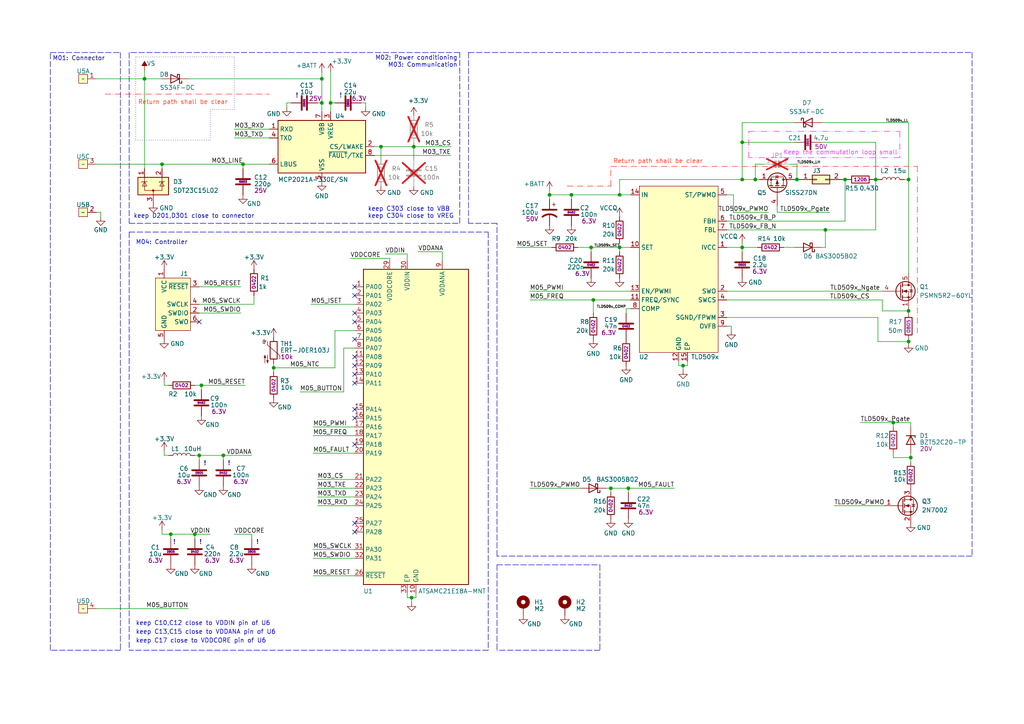
<source format=kicad_sch>
(kicad_sch (version 20230121) (generator eeschema)
  (paper "A4")
  (junction (at 198.12 106.045))
  (junction (at 215.265 52.07))
  (junction (at 70.485 47.625))
  (junction (at 159.385 56.515))
  (junction (at 259.08 122.555))
  (junction (at 171.45 71.755))
  (junction (at 120.015 42.545))
  (junction (at 179.705 56.515))
  (junction (at 46.99 47.625))
  (junction (at 219.075 52.07))
  (junction (at 239.395 66.675))
  (junction (at 254 52.07))
  (junction (at 165.735 56.515))
  (junction (at 110.49 42.545))
  (junction (at 245.11 52.07))
  (junction (at 58.42 111.76))
  (junction (at 93.345 29.845))
  (junction (at 264.16 132.715))
  (junction (at 182.245 141.605))
  (junction (at 79.375 106.68))
  (junction (at 215.265 71.755))
  (junction (at 41.91 22.86))
  (junction (at 172.085 86.995))
  (junction (at 231.14 52.07))
  (junction (at 57.785 132.08))
  (junction (at 263.525 99.06))
  (junction (at 64.77 132.08))
  (junction (at 119.38 173.355))
  (junction (at 56.515 154.94))
  (junction (at 177.165 141.605))
  (junction (at 93.345 22.86))
  (junction (at 263.525 90.17))
  (junction (at 179.705 71.755))
  (junction (at 49.53 154.94))
  (junction (at 215.265 41.275))
  (junction (at 95.885 29.845))
  (junction (at 263.525 52.07))
  (no_connect (at 102.87 106.045))
  (no_connect (at 102.87 90.805))
  (no_connect (at 102.87 98.425))
  (no_connect (at 102.87 103.505))
  (no_connect (at 102.87 151.765))
  (no_connect (at 102.87 93.345))
  (no_connect (at 57.785 93.345))
  (no_connect (at 102.87 108.585))
  (no_connect (at 102.87 154.305))
  (no_connect (at 102.87 118.745))
  (no_connect (at 102.87 121.285))
  (no_connect (at 102.87 111.125))
  (no_connect (at 102.87 85.725))
  (no_connect (at 102.87 83.185))
  (no_connect (at 102.87 128.905))
  (wire (pts (xy 182.245 141.605) (xy 195.58 141.605)))
  (wire (pts (xy 198.12 106.045) (xy 196.85 106.045)))
  (polyline (pts (xy 34.925 15.24) (xy 34.925 188.595)) (stroke (width 0) (type dash)))
  (wire (pts (xy 182.245 142.875) (xy 182.245 141.605)))
  (wire (pts (xy 245.11 64.135) (xy 245.11 52.07)))
  (wire (pts (xy 106.045 29.845) (xy 106.045 31.115)))
  (wire (pts (xy 110.49 42.545) (xy 110.49 46.355)))
  (wire (pts (xy 179.705 70.485) (xy 179.705 71.755)))
  (wire (pts (xy 46.99 153.67) (xy 46.99 154.94)))
  (wire (pts (xy 67.945 154.94) (xy 73.025 154.94)))
  (wire (pts (xy 92.075 29.845) (xy 93.345 29.845)))
  (wire (pts (xy 181.61 89.535) (xy 182.88 89.535)))
  (wire (pts (xy 264.16 123.825) (xy 264.16 122.555)))
  (polyline (pts (xy 144.145 64.77) (xy 135.89 64.77)) (stroke (width 0) (type dash)))
  (wire (pts (xy 97.155 106.68) (xy 79.375 106.68)))
  (wire (pts (xy 199.39 104.775) (xy 199.39 106.045)))
  (wire (pts (xy 172.085 86.995) (xy 172.085 90.805)))
  (wire (pts (xy 263.525 52.07) (xy 262.255 52.07)))
  (polyline (pts (xy 37.465 67.31) (xy 141.605 67.31)) (stroke (width 0) (type dash)))
  (wire (pts (xy 57.785 132.08) (xy 64.77 132.08)))
  (polyline (pts (xy 144.145 163.83) (xy 144.145 188.595)) (stroke (width 0) (type dash)))
  (wire (pts (xy 264.16 122.555) (xy 259.08 122.555)))
  (wire (pts (xy 259.08 132.715) (xy 259.08 131.445)))
  (wire (pts (xy 92.075 141.605) (xy 102.87 141.605)))
  (wire (pts (xy 57.785 90.805) (xy 69.85 90.805)))
  (wire (pts (xy 27.94 22.86) (xy 41.91 22.86)))
  (wire (pts (xy 56.515 111.76) (xy 58.42 111.76)))
  (wire (pts (xy 90.805 167.005) (xy 102.87 167.005)))
  (polyline (pts (xy 30.48 27.305) (xy 78.105 27.305)) (stroke (width 0) (type dash_dot) (color 255 50 29 1)))
  (wire (pts (xy 47.625 111.76) (xy 48.895 111.76)))
  (wire (pts (xy 254 52.07) (xy 254.635 52.07)))
  (wire (pts (xy 210.82 64.135) (xy 245.11 64.135)))
  (wire (pts (xy 210.82 92.075) (xy 254.635 92.075)))
  (wire (pts (xy 67.945 40.005) (xy 78.105 40.005)))
  (wire (pts (xy 263.525 90.805) (xy 263.525 90.17)))
  (wire (pts (xy 149.86 71.755) (xy 160.02 71.755)))
  (wire (pts (xy 58.42 111.76) (xy 71.12 111.76)))
  (polyline (pts (xy 37.465 64.77) (xy 133.35 64.77)) (stroke (width 0) (type dash)))
  (wire (pts (xy 90.805 131.445) (xy 102.87 131.445)))
  (wire (pts (xy 238.125 35.56) (xy 263.525 35.56)))
  (wire (pts (xy 215.265 35.56) (xy 215.265 41.275)))
  (wire (pts (xy 49.53 154.94) (xy 49.53 156.21)))
  (wire (pts (xy 264.16 133.985) (xy 264.16 132.715)))
  (wire (pts (xy 108.585 45.085) (xy 130.81 45.085)))
  (wire (pts (xy 179.705 56.515) (xy 182.88 56.515)))
  (wire (pts (xy 95.885 32.385) (xy 95.885 29.845)))
  (wire (pts (xy 215.265 71.755) (xy 219.71 71.755)))
  (wire (pts (xy 212.725 61.595) (xy 222.885 61.595)))
  (wire (pts (xy 196.85 106.045) (xy 196.85 104.775)))
  (wire (pts (xy 57.785 83.185) (xy 69.85 83.185)))
  (wire (pts (xy 215.265 41.275) (xy 215.265 52.07)))
  (wire (pts (xy 110.49 42.545) (xy 120.015 42.545)))
  (wire (pts (xy 221.615 47.625) (xy 219.075 47.625)))
  (wire (pts (xy 210.82 56.515) (xy 212.725 56.515)))
  (wire (pts (xy 95.885 20.955) (xy 95.885 29.845)))
  (wire (pts (xy 29.21 61.595) (xy 27.94 61.595)))
  (wire (pts (xy 219.075 47.625) (xy 219.075 52.07)))
  (wire (pts (xy 239.395 71.755) (xy 239.395 66.675)))
  (wire (pts (xy 64.77 132.08) (xy 73.025 132.08)))
  (wire (pts (xy 244.475 52.07) (xy 245.11 52.07)))
  (polyline (pts (xy 67.945 16.51) (xy 39.37 16.51)) (stroke (width 0) (type dot)))
  (polyline (pts (xy 133.35 15.24) (xy 37.465 15.24)) (stroke (width 0) (type dash)))
  (wire (pts (xy 128.27 73.025) (xy 121.285 73.025)))
  (wire (pts (xy 119.38 174.625) (xy 119.38 173.355)))
  (polyline (pts (xy 173.99 163.83) (xy 173.99 188.595)) (stroke (width 0) (type dash)))
  (wire (pts (xy 46.99 47.625) (xy 70.485 47.625)))
  (polyline (pts (xy 39.37 16.51) (xy 39.37 40.64)) (stroke (width 0) (type dot)))
  (wire (pts (xy 179.705 71.755) (xy 179.705 73.025)))
  (wire (pts (xy 212.09 94.615) (xy 212.09 95.885)))
  (wire (pts (xy 120.65 173.355) (xy 119.38 173.355)))
  (polyline (pts (xy 281.94 15.24) (xy 281.94 161.29)) (stroke (width 0) (type dash)))
  (wire (pts (xy 57.785 88.265) (xy 73.66 88.265)))
  (wire (pts (xy 118.11 173.355) (xy 118.11 172.085)))
  (wire (pts (xy 182.88 86.995) (xy 172.085 86.995)))
  (polyline (pts (xy 260.985 38.1) (xy 260.985 45.72)) (stroke (width 0) (type dash_dot_dot) (color 255 32 225 1)))
  (wire (pts (xy 64.77 133.35) (xy 64.77 132.08)))
  (wire (pts (xy 179.705 52.07) (xy 179.705 56.515)))
  (wire (pts (xy 210.82 66.675) (xy 239.395 66.675)))
  (polyline (pts (xy 67.945 31.75) (xy 67.945 16.51)) (stroke (width 0) (type dot)))
  (polyline (pts (xy 39.37 40.64) (xy 60.96 40.64)) (stroke (width 0) (type dot)))
  (wire (pts (xy 57.785 132.08) (xy 57.785 133.35)))
  (polyline (pts (xy 133.35 64.77) (xy 133.35 15.24)) (stroke (width 0) (type dash)))
  (wire (pts (xy 264.16 131.445) (xy 264.16 132.715)))
  (wire (pts (xy 210.82 86.995) (xy 255.905 86.995)))
  (polyline (pts (xy 217.17 38.1) (xy 260.985 38.1)) (stroke (width 0) (type dash_dot_dot) (color 255 32 225 1)))
  (wire (pts (xy 254 41.275) (xy 254 52.07)))
  (wire (pts (xy 27.94 176.53) (xy 54.61 176.53)))
  (polyline (pts (xy 141.605 188.595) (xy 37.465 188.595)) (stroke (width 0) (type dash)))
  (polyline (pts (xy 144.145 163.83) (xy 173.99 163.83)) (stroke (width 0) (type dash)))
  (polyline (pts (xy 60.96 40.64) (xy 60.96 31.75)) (stroke (width 0) (type dot)))
  (wire (pts (xy 159.385 56.515) (xy 159.385 57.785)))
  (wire (pts (xy 120.015 42.545) (xy 120.015 46.355)))
  (wire (pts (xy 56.515 154.94) (xy 56.515 156.21)))
  (wire (pts (xy 171.45 71.755) (xy 179.705 71.755)))
  (wire (pts (xy 263.525 90.17) (xy 263.525 89.535)))
  (wire (pts (xy 227.33 71.755) (xy 230.505 71.755)))
  (wire (pts (xy 104.775 29.845) (xy 106.045 29.845)))
  (wire (pts (xy 47.625 130.81) (xy 47.625 132.08)))
  (wire (pts (xy 182.245 141.605) (xy 177.165 141.605)))
  (wire (pts (xy 255.905 86.995) (xy 255.905 90.17)))
  (polyline (pts (xy 135.89 15.24) (xy 281.94 15.24)) (stroke (width 0) (type dash)))
  (wire (pts (xy 54.61 22.86) (xy 93.345 22.86)))
  (wire (pts (xy 56.515 154.94) (xy 60.96 154.94)))
  (wire (pts (xy 153.67 86.995) (xy 172.085 86.995)))
  (wire (pts (xy 95.885 29.845) (xy 97.155 29.845)))
  (wire (pts (xy 102.87 95.885) (xy 97.155 95.885)))
  (wire (pts (xy 259.08 122.555) (xy 249.555 122.555)))
  (wire (pts (xy 153.67 84.455) (xy 182.88 84.455)))
  (wire (pts (xy 46.99 47.625) (xy 46.99 48.895)))
  (wire (pts (xy 245.11 52.07) (xy 245.745 52.07)))
  (wire (pts (xy 225.425 61.595) (xy 240.665 61.595)))
  (polyline (pts (xy 14.605 15.24) (xy 34.925 15.24)) (stroke (width 0) (type dash)))
  (polyline (pts (xy 177.165 48.26) (xy 266.065 48.26)) (stroke (width 0) (type dash_dot) (color 255 47 18 1)))
  (polyline (pts (xy 60.96 31.75) (xy 67.945 31.75)) (stroke (width 0) (type dot)))
  (wire (pts (xy 113.03 75.565) (xy 113.03 74.93)))
  (wire (pts (xy 210.82 71.755) (xy 215.265 71.755)))
  (wire (pts (xy 259.08 122.555) (xy 259.08 123.825)))
  (wire (pts (xy 111.76 73.66) (xy 118.11 73.66)))
  (wire (pts (xy 212.725 56.515) (xy 212.725 61.595)))
  (wire (pts (xy 215.265 71.755) (xy 215.265 73.025)))
  (wire (pts (xy 84.455 29.845) (xy 83.185 29.845)))
  (wire (pts (xy 67.945 37.465) (xy 78.105 37.465)))
  (wire (pts (xy 56.515 132.08) (xy 57.785 132.08)))
  (polyline (pts (xy 173.99 188.595) (xy 144.145 188.595)) (stroke (width 0) (type dash)))
  (wire (pts (xy 93.345 22.86) (xy 93.345 29.845)))
  (wire (pts (xy 181.61 90.805) (xy 181.61 89.535)))
  (wire (pts (xy 230.505 41.275) (xy 215.265 41.275)))
  (wire (pts (xy 179.705 71.755) (xy 182.88 71.755)))
  (wire (pts (xy 70.485 47.625) (xy 78.105 47.625)))
  (wire (pts (xy 198.12 107.315) (xy 198.12 106.045)))
  (wire (pts (xy 93.345 22.86) (xy 93.345 20.955)))
  (wire (pts (xy 92.075 144.145) (xy 102.87 144.145)))
  (wire (pts (xy 255.905 90.17) (xy 263.525 90.17)))
  (wire (pts (xy 90.805 123.825) (xy 102.87 123.825)))
  (wire (pts (xy 93.345 29.845) (xy 93.345 32.385)))
  (wire (pts (xy 199.39 106.045) (xy 198.12 106.045)))
  (polyline (pts (xy 217.17 45.72) (xy 217.17 38.1)) (stroke (width 0) (type dash_dot_dot) (color 255 32 225 1)))
  (wire (pts (xy 165.735 56.515) (xy 179.705 56.515)))
  (polyline (pts (xy 37.465 15.24) (xy 37.465 64.77)) (stroke (width 0) (type dash)))
  (wire (pts (xy 231.14 52.07) (xy 231.775 52.07)))
  (wire (pts (xy 70.485 48.895) (xy 70.485 47.625)))
  (wire (pts (xy 254 66.675) (xy 254 52.07)))
  (wire (pts (xy 27.94 47.625) (xy 46.99 47.625)))
  (wire (pts (xy 58.42 111.76) (xy 58.42 113.03)))
  (wire (pts (xy 41.91 20.32) (xy 41.91 22.86)))
  (polyline (pts (xy 281.94 161.29) (xy 144.145 161.29)) (stroke (width 0) (type dash)))
  (polyline (pts (xy 177.165 53.975) (xy 177.165 48.26)) (stroke (width 0) (type dash_dot) (color 255 47 18 1)))
  (polyline (pts (xy 266.065 48.26) (xy 266.065 96.52)) (stroke (width 0) (type dash_dot) (color 255 47 18 1)))
  (wire (pts (xy 253.365 52.07) (xy 254 52.07)))
  (wire (pts (xy 263.525 35.56) (xy 263.525 52.07)))
  (wire (pts (xy 90.805 159.385) (xy 102.87 159.385)))
  (polyline (pts (xy 141.605 67.31) (xy 141.605 188.595)) (stroke (width 0) (type dash)))
  (wire (pts (xy 92.075 146.685) (xy 102.87 146.685)))
  (wire (pts (xy 83.185 29.845) (xy 83.185 31.115)))
  (wire (pts (xy 97.155 95.885) (xy 97.155 106.68)))
  (wire (pts (xy 153.67 141.605) (xy 168.275 141.605)))
  (wire (pts (xy 171.45 71.755) (xy 171.45 73.025)))
  (wire (pts (xy 264.16 132.715) (xy 259.08 132.715)))
  (wire (pts (xy 41.91 22.86) (xy 46.99 22.86)))
  (wire (pts (xy 102.87 100.965) (xy 99.695 100.965)))
  (wire (pts (xy 73.025 156.21) (xy 73.025 154.94)))
  (wire (pts (xy 41.91 22.86) (xy 41.91 48.895)))
  (wire (pts (xy 120.65 172.085) (xy 120.65 173.355)))
  (wire (pts (xy 167.64 71.755) (xy 171.45 71.755)))
  (polyline (pts (xy 260.985 45.72) (xy 217.17 45.72)) (stroke (width 0) (type dash_dot_dot) (color 255 32 225 1)))
  (wire (pts (xy 92.075 139.065) (xy 102.87 139.065)))
  (polyline (pts (xy 164.465 53.975) (xy 177.165 53.975)) (stroke (width 0) (type dash_dot) (color 255 47 18 1)))
  (wire (pts (xy 231.14 47.625) (xy 231.14 52.07)))
  (wire (pts (xy 90.805 161.925) (xy 102.87 161.925)))
  (wire (pts (xy 120.015 42.545) (xy 130.81 42.545)))
  (wire (pts (xy 263.525 79.375) (xy 263.525 52.07)))
  (wire (pts (xy 99.695 100.965) (xy 99.695 113.665)))
  (wire (pts (xy 128.27 75.565) (xy 128.27 73.025)))
  (wire (pts (xy 99.695 113.665) (xy 86.995 113.665)))
  (polyline (pts (xy 14.605 188.595) (xy 14.605 15.24)) (stroke (width 0) (type dash)))
  (wire (pts (xy 175.895 141.605) (xy 177.165 141.605)))
  (wire (pts (xy 79.375 106.68) (xy 79.375 107.95)))
  (wire (pts (xy 46.99 154.94) (xy 49.53 154.94)))
  (wire (pts (xy 79.375 105.41) (xy 79.375 106.68)))
  (wire (pts (xy 177.165 141.605) (xy 177.165 142.875)))
  (wire (pts (xy 225.425 59.69) (xy 225.425 61.595)))
  (wire (pts (xy 108.585 42.545) (xy 110.49 42.545)))
  (wire (pts (xy 159.385 55.245) (xy 159.385 56.515)))
  (wire (pts (xy 90.805 126.365) (xy 102.87 126.365)))
  (wire (pts (xy 90.17 88.265) (xy 102.87 88.265)))
  (wire (pts (xy 254.635 92.075) (xy 254.635 99.06)))
  (wire (pts (xy 230.505 52.07) (xy 231.14 52.07)))
  (wire (pts (xy 239.395 66.675) (xy 254 66.675)))
  (wire (pts (xy 49.53 154.94) (xy 56.515 154.94)))
  (wire (pts (xy 29.21 62.865) (xy 29.21 61.595)))
  (wire (pts (xy 238.125 71.755) (xy 239.395 71.755)))
  (wire (pts (xy 48.895 132.08) (xy 47.625 132.08)))
  (wire (pts (xy 263.525 99.06) (xy 263.525 99.695)))
  (polyline (pts (xy 34.925 188.595) (xy 14.605 188.595)) (stroke (width 0) (type dash)))
  (polyline (pts (xy 37.465 67.31) (xy 37.465 188.595)) (stroke (width 0) (type dash)))
  (wire (pts (xy 238.125 41.275) (xy 254 41.275)))
  (wire (pts (xy 215.265 71.755) (xy 215.265 70.485)))
  (wire (pts (xy 215.265 52.07) (xy 179.705 52.07)))
  (wire (pts (xy 73.66 85.725) (xy 73.66 88.265)))
  (wire (pts (xy 101.6 74.93) (xy 113.03 74.93)))
  (wire (pts (xy 254.635 99.06) (xy 263.525 99.06)))
  (wire (pts (xy 241.935 146.685) (xy 256.54 146.685)))
  (polyline (pts (xy 135.89 15.24) (xy 135.89 64.77)) (stroke (width 0) (type dash)))
  (wire (pts (xy 230.505 35.56) (xy 215.265 35.56)))
  (wire (pts (xy 159.385 56.515) (xy 165.735 56.515)))
  (wire (pts (xy 165.735 56.515) (xy 165.735 57.785)))
  (wire (pts (xy 210.82 94.615) (xy 212.09 94.615)))
  (wire (pts (xy 219.075 52.07) (xy 220.345 52.07)))
  (wire (pts (xy 229.235 47.625) (xy 231.14 47.625)))
  (wire (pts (xy 215.265 52.07) (xy 219.075 52.07)))
  (wire (pts (xy 47.625 110.49) (xy 47.625 111.76)))
  (wire (pts (xy 120.015 41.275) (xy 120.015 42.545)))
  (polyline (pts (xy 144.145 161.29) (xy 144.145 64.77)) (stroke (width 0) (type dash)))
  (wire (pts (xy 118.11 73.66) (xy 118.11 75.565)))
  (wire (pts (xy 263.525 98.425) (xy 263.525 99.06)))
  (wire (pts (xy 119.38 173.355) (xy 118.11 173.355)))
  (wire (pts (xy 210.82 84.455) (xy 255.905 84.455)))
  (text "Return path shall be clear" (at 40.005 30.48 0) (effects (font (size 1.27 1.27)) (justify left bottom)))
  (text "!" (at 59.055 135.255 0) (effects (font (size 1.27 1.27)) (justify left bottom)))
  (text "!" (at 74.295 158.115 0) (effects (font (size 1.27 1.27)) (justify left bottom)))
  (text "!" (at 50.165 158.115 0) (effects (font (size 1.27 1.27)) (justify left bottom)))
  (text "Keep the commutation loop small" (at 260.35 45.085 0) (effects (font (size 1.27 1.27)) (justify right bottom)))
  (text "!" (at 85.725 28.575 0) (effects (font (size 1.27 1.27)) (justify left bottom)))
  (text "!" (at 98.425 28.575 0) (effects (font (size 1.27 1.27)) (justify left bottom)))
  (text "!" (at 66.04 135.255 0) (effects (font (size 1.27 1.27)) (justify left bottom)))
  (text "M02: Power conditioning\nM03: Communication" (at 132.715 19.685 0) (effects (font (size 1.27 1.27)) (justify right bottom)))
  (text "keep D201,D301 close to connector" (at 38.735 63.5 0) (effects (font (size 1.27 1.27)) (justify left bottom)))
  (text "!" (at 57.785 158.115 0) (effects (font (size 1.27 1.27)) (justify left bottom)))
  (text "M04: Controller" (at 39.37 71.12 0) (effects (font (size 1.27 1.27)) (justify left bottom)))
  (text "keep C17 close to VDDCORE pin of U6" (at 39.37 186.69 0) (effects (font (size 1.27 1.27)) (justify left bottom)))
  (text "keep C303 close to VBB\nkeep C304 close to VREG" (at 106.68 63.5 0) (effects (font (size 1.27 1.27)) (justify left bottom)))
  (text "Return path shall be clear" (at 177.8 47.625 0) (effects (font (size 1.27 1.27)) (justify left bottom)))
  (text "keep C13,C15 close to VDDANA pin of U6" (at 39.37 184.15 0) (effects (font (size 1.27 1.27)) (justify left bottom)))
  (text "M01: Connector" (at 15.24 17.78 0) (effects (font (size 1.27 1.27)) (justify left bottom)))
  (text "keep C10,C12 close to VDDIN pin of U6" (at 39.37 181.61 0) (effects (font (size 1.27 1.27)) (justify left bottom)))
  (label "M05_ISET" (at 149.86 71.755 0))
  (label "M05_RESET" (at 90.805 167.005 0))
  (label "M03_LINE" (at 70.485 47.625 180))
  (label "M05_SWDIO" (at 90.805 161.925 0))
  (label "M05_FAULT" (at 90.805 131.445 0))
  (label "VDDIN" (at 111.76 73.66 0))
  (label "M05_ISET" (at 90.17 88.265 0))
  (label "TLD509x_PWMO" (at 222.885 61.595 180))
  (label "M05_FREQ" (at 90.805 126.365 0))
  (label "M03_RXD" (at 92.075 146.685 0))
  (label "TLD509x_LL" (at 263.525 35.56 180) (effects (font (size 0.75 0.75))))
  (label "M05_FAULT" (at 195.58 141.605 180))
  (label "M05_BUTTON" (at 54.61 176.53 180))
  (label "M03_CS" (at 92.075 139.065 0))
  (label "TLD509x_CS" (at 240.665 86.995 0))
  (label "M03_TXD" (at 92.075 144.145 0))
  (label "TLD509x_SET" (at 179.705 71.755 180) (effects (font (size 0.75 0.75))))
  (label "VDDANA" (at 121.285 73.025 0))
  (label "M05_FREQ" (at 153.67 86.995 0))
  (label "VDDCORE" (at 101.6 74.93 0))
  (label "M05_SWCLK" (at 69.85 88.265 180))
  (label "TLD509x_Ngate" (at 255.27 84.455 180))
  (label "VDDANA" (at 73.025 132.08 180))
  (label "VDDIN" (at 60.96 154.94 180))
  (label "M05_PWMI" (at 153.67 84.455 0))
  (label "TLD509x_PWMO" (at 153.67 141.605 0))
  (label "M05_BUTTON" (at 86.995 113.665 0))
  (label "M05_RESET" (at 69.85 83.185 180))
  (label "TLD509x_FB_N" (at 211.455 66.675 0))
  (label "M05_NTC" (at 92.71 106.68 180))
  (label "M03_TXE" (at 92.075 141.605 0))
  (label "M03_CS" (at 130.81 42.545 180))
  (label "TLD509x_PWMO" (at 241.935 146.685 0))
  (label "TLD509x_COMP" (at 181.61 89.535 180) (effects (font (size 0.75 0.75))))
  (label "TLD509x_Pgate" (at 240.665 61.595 180))
  (label "TLD509x_LH" (at 231.14 47.625 0) (effects (font (size 0.75 0.75))))
  (label "M05_PWMI" (at 90.805 123.825 0))
  (label "M03_TXE" (at 130.81 45.085 180))
  (label "TLD509x_FB_P" (at 211.455 64.135 0))
  (label "M05_SWCLK" (at 90.805 159.385 0))
  (label "M03_RXD" (at 67.945 37.465 0))
  (label "VDDCORE" (at 67.945 154.94 0))
  (label "M05_RESET" (at 71.12 111.76 180))
  (label "M05_SWDIO" (at 69.85 90.805 180))
  (label "TLD509x_Pgate" (at 249.555 122.555 0))
  (label "M03_TXD" (at 67.945 40.005 0))
  (symbol (lib_id "Device:D_Schottky") (at 234.315 35.56 0) (unit 1)
    (property "Reference" "D7" (at 233.9975 29.845 0))
    (property "Value" "SS34F-DC" (at 233.9975 32.385 0))
    (property "Footprint" "Diode_SMD:D_SMA" (effects hide))
  )
  (symbol (lib_id "local_symbols:ECU_Connector") (at 24.13 47.625 0) (unit 3)
    (property "Reference" "U5" (at 24.13 45.3931 0))
    (property "Value" "~" (at 24.13 47.625 0))
    (property "Footprint" "Connector_PinHeader_2.54mm:PinHeader_1x04_P2.54mm_Vertical" (effects hide))
  )
  (symbol (lib_id "local_symbols:ECU_Connector") (at 24.13 61.595 0) (unit 2)
    (property "Reference" "U5" (at 24.13 59.3631 0))
    (property "Value" "~" (at 24.13 61.595 0))
    (property "Footprint" "Connector_PinHeader_2.54mm:PinHeader_1x04_P2.54mm_Vertical" (effects hide))
  )
  (symbol (lib_id "local:TLD509x") (at 196.85 81.915 0) (unit 1)
    (property "Reference" "U2" (at 186.69 103.505 0))
    (property "Value" "TLD509x" (at 204.47 103.505 0))
    (property "Footprint" "Package_SO:Infineon_PG-TSDSO-14-22" (effects hide))
  )
  (symbol (lib_id "Device:L") (at 258.445 52.07 90) (unit 1)
    (property "Reference" "L2" (at 256.54 49.53 90))
    (property "Value" "15u" (at 260.985 49.53 90))
    (property "Footprint" "local:ASPI-6045" (effects hide))
  )
  (symbol (lib_id "power:GND") (at 119.38 174.625 0) (unit 1)
    (property "Reference" "#PWR046" (effects hide))
    (property "Value" "GND" (effects hide))
  )
  (symbol (lib_id "Connector_Generic:Conn_02x01") (at 236.855 52.07 0) (unit 1)
    (property "Reference" "J3" (at 236.855 49.53 0))
    (property "Value" "Conn_02x01" (effects hide))
    (property "Footprint" "local:2pinConnector" (effects hide))
  )
  (symbol (lib_id "Device:C") (at 182.245 146.685 180) (unit 1)
    (property "Reference" "C22" (at 186.69 144.78 0))
    (property "Value" "47n" (at 186.69 146.685 0))
    (property "Footprint" "Capacitor_SMD:C_0402_1005Metric" (effects hide))
    (property "Size" "0402" (at 182.245 146.685 0) (effects (font (size 0.6 0.6))))
    (property "Rating" "6.3V" (at 187.325 148.59 0))
  )
  (symbol (lib_id "power:GND") (at 181.61 106.045 0) (unit 1)
    (property "Reference" "#PWR016" (effects hide))
    (property "Value" "GND" (at 181.61 110.1805 0))
  )
  (symbol (lib_id "power:GND") (at 179.705 80.645 0) (unit 1)
    (property "Reference" "#PWR037" (effects hide))
    (property "Value" "GND" (effects hide))
  )
  (symbol (lib_id "Device:R") (at 259.08 127.635 0) (unit 1)
    (property "Reference" "R12" (at 255.905 126.365 0))
    (property "Value" "10k" (at 255.905 128.905 0))
    (property "Footprint" "Resistor_SMD:R_0402_1005Metric" (effects hide))
    (property "Size" "0402" (at 259.08 127.635 90) (effects (font (size 1 1))))
  )
  (symbol (lib_id "power:GND") (at 29.21 62.865 0) (unit 1)
    (property "Reference" "#PWR035" (effects hide))
    (property "Value" "GND" (at 29.21 66.675 0))
  )
  (symbol (lib_id "power:GND") (at 264.16 151.765 0) (unit 1)
    (property "Reference" "#PWR021" (effects hide))
    (property "Value" "GND" (at 267.97 153.035 0))
  )
  (symbol (lib_id "Device:C") (at 64.77 137.16 180) (unit 1)
    (property "Reference" "C7" (at 69.85 135.89 0))
    (property "Value" "100n" (at 69.85 137.795 0))
    (property "Footprint" "Capacitor_SMD:C_0402_1005Metric" (effects hide))
    (property "Size" "0402" (at 64.77 137.16 0) (effects (font (size 0.6 0.6))))
    (property "Rating" "6.3V" (at 69.85 139.7 0))
  )
  (symbol (lib_id "power:GND") (at 79.375 115.57 0) (unit 1)
    (property "Reference" "#PWR042" (effects hide))
    (property "Value" "GND" (at 82.55 118.11 0))
  )
  (symbol (lib_id "local_symbols:ECU_Connector") (at 24.13 22.86 0) (unit 1)
    (property "Reference" "U5" (at 24.13 20.6281 0))
    (property "Value" "~" (at 24.13 22.86 0))
    (property "Footprint" "Connector_PinHeader_2.54mm:PinHeader_1x04_P2.54mm_Vertical" (effects hide))
  )
  (symbol (lib_id "power:GND") (at 177.165 150.495 0) (unit 1)
    (property "Reference" "#PWR034" (effects hide))
    (property "Value" "GND" (at 177.165 154.6305 0))
  )
  (symbol (lib_id "Device:C") (at 215.265 76.835 0) (mirror x) (unit 1)
    (property "Reference" "C18" (at 220.345 74.93 0))
    (property "Value" "2.2u" (at 220.345 76.835 0))
    (property "Footprint" "Capacitor_SMD:C_0805_2012Metric" (effects hide))
    (property "Size" "0805" (at 215.265 76.835 0) (effects (font (size 0.6 0.6))))
    (property "Rating" "6.3V" (at 220.345 78.74 0))
  )
  (symbol (lib_id "power:GND") (at 163.83 178.435 0) (unit 1)
    (property "Reference" "#PWR044" (effects hide))
    (property "Value" "GND" (at 167.005 180.975 0))
  )
  (symbol (lib_id "local_symbols:ECU_Connector") (at 24.13 176.53 0) (unit 4)
    (property "Reference" "U5" (at 24.13 174.2981 0))
    (property "Value" "~" (at 24.13 176.53 0))
    (property "Footprint" "Connector_PinHeader_2.54mm:PinHeader_1x04_P2.54mm_Vertical" (effects hide))
  )
  (symbol (lib_id "power:GND") (at 151.765 178.435 0) (unit 1)
    (property "Reference" "#PWR045" (effects hide))
    (property "Value" "GND" (at 154.94 180.975 0))
  )
  (symbol (lib_id "power:GND") (at 182.245 150.495 0) (unit 1)
    (property "Reference" "#PWR036" (effects hide))
    (property "Value" "GND" (at 182.245 154.6305 0))
  )
  (symbol (lib_id "power:GND") (at 93.345 52.705 0) (unit 1)
    (property "Reference" "#PWR028" (effects hide))
    (property "Value" "GND" (at 93.345 56.8405 0))
  )
  (symbol (lib_id "Device:L") (at 52.705 132.08 90) (unit 1)
    (property "Reference" "L1" (at 50.8 130.175 90))
    (property "Value" "10uH" (at 55.88 130.175 90))
    (property "Footprint" "Inductor_SMD:L_0805_2012Metric" (effects hide))
  )
  (symbol (lib_id "Device:C") (at 100.965 29.845 90) (unit 1)
    (property "Reference" "C14" (at 101.6 24.765 90))
    (property "Value" "22u" (at 101.6 26.67 90))
    (property "Footprint" "Capacitor_SMD:C_0805_2012Metric" (effects hide))
    (property "Size" "0805" (at 100.965 29.845 0) (effects (font (size 0.5994 0.5994))))
    (property "Rating" "6.3V" (at 104.14 28.575 90))
  )
  (symbol (lib_id "Device:D_Zener") (at 264.16 127.635 270) (unit 1)
    (property "Reference" "D1" (at 266.7 126.365 90) (effects (justify left)))
    (property "Value" "BZT52C20-TP" (at 266.7 128.27 90) (effects (justify left)))
    (property "Footprint" "Diode_SMD:D_SOD-123" (effects hide))
    (property "Rating" "20V" (at 268.605 130.175 90))
  )
  (symbol (lib_id "Device:R") (at 120.015 37.465 0) (unit 1) (dnp yes)
    (property "Reference" "R5" (at 124.46 36.195 0))
    (property "Value" "10k" (at 123.825 38.735 0))
    (property "Footprint" "Resistor_SMD:R_0402_1005Metric" (effects hide))
    (property "Size" "0402" (at 120.015 37.465 90) (effects (font (size 1 1))))
  )
  (symbol (lib_id "power:GND") (at 159.385 65.405 0) (unit 1)
    (property "Reference" "#PWR039" (effects hide))
    (property "Value" "GND" (effects hide))
  )
  (symbol (lib_id "power:GND") (at 171.45 80.645 0) (unit 1)
    (property "Reference" "#PWR06" (effects hide))
    (property "Value" "GND" (effects hide))
  )
  (symbol (lib_id "Device:R") (at 263.525 94.615 180) (unit 1)
    (property "Reference" "R17" (at 259.715 93.345 0))
    (property "Value" "50m" (at 259.715 95.885 0))
    (property "Footprint" "Resistor_SMD:R_0805_2012Metric" (effects hide))
    (property "Size" "0805" (at 263.525 94.615 90) (effects (font (size 1 1))))
  )
  (symbol (lib_id "Transistor_FET:PSMN5R2-60YL") (at 260.985 84.455 0) (unit 1)
    (property "Reference" "Q1" (at 266.7 83.185 0) (effects (justify left)))
    (property "Value" "PSMN5R2-60YL" (at 266.7 85.725 0) (effects (justify left)))
    (property "Footprint" "Package_TO_SOT_SMD:LFPAK56" (effects hide))
    (property "Datasheet" "https://assets.nexperia.com/documents/data-sheet/PSMN5R2-60YL.pdf" (effects hide))
  )
  (symbol (lib_id "Device:C") (at 120.015 50.165 180) (unit 1) (dnp yes)
    (property "Reference" "C15" (at 125.095 48.895 0))
    (property "Value" "100n" (at 125.095 51.435 0))
    (property "Footprint" "Capacitor_SMD:C_0402_1005Metric" (effects hide))
    (property "Size" "0402" (at 120.015 50.165 0) (effects (font (size 0.6 0.6))))
  )
  (symbol (lib_id "power:GND") (at 172.085 98.425 0) (unit 1)
    (property "Reference" "#PWR017" (effects hide))
    (property "Value" "GND" (at 172.085 102.5605 0))
  )
  (symbol (lib_id "Transistor_FET:SiSS27DN") (at 225.425 54.61 270) (mirror x) (unit 1)
    (property "Reference" "Q5" (at 220.98 55.88 90))
    (property "Value" "SiSS27DN" (at 232.41 55.88 90))
    (property "Footprint" "Package_TO_SOT_SMD:LFPAK56" (effects hide))
    (property "Datasheet" "http://www.vishay.com/docs/62847/siss27dn.pdf" (effects hide))
  )
  (symbol (lib_id "Device:C") (at 234.315 41.275 270) (mirror x) (unit 1)
    (property "Reference" "C21" (at 230.505 40.005 90))
    (property "Value" "4.7u" (at 238.125 40.005 90))
    (property "Footprint" "Capacitor_SMD:C_0805_2012Metric" (effects hide))
    (property "Size" "0805" (at 234.315 41.275 0) (effects (font (size 0.6 0.6))))
    (property "Rating" "50V" (at 238.125 42.545 90))
  )
  (symbol (lib_id "power:+3.3V") (at 120.015 33.655 0) (unit 1)
    (property "Reference" "#PWR032" (effects hide))
    (property "Value" "+3.3V" (at 121.285 29.21 0))
  )
  (symbol (lib_id "power:+BATT") (at 159.385 55.245 0) (unit 1)
    (property "Reference" "#PWR038" (effects hide))
    (property "Value" "+BATT" (at 154.94 53.34 0))
  )
  (symbol (lib_id "power:GND") (at 198.12 107.315 0) (unit 1)
    (property "Reference" "#PWR015" (effects hide))
    (property "Value" "GND" (at 198.12 111.4505 0))
  )
  (symbol (lib_id "MCU_Microchip_SAMD:ATSAMD21E18A-A") (at 120.65 123.825 0) (unit 1)
    (property "Reference" "U1" (at 105.41 171.45 0) (effects (justify left)))
    (property "Value" "ATSAMC21E18A-MNT" (at 121.285 171.45 0) (effects (justify left)))
    (property "Footprint" "Package_DFN_QFN:VQFN-32-1EP_5x5mm_P0.5mm_EP3.5x3.5mm" (effects hide))
    (property "Datasheet" "../docs/datasheets/SAM-D21-DA1-Family-Data-Sheet-DS40001882H.pdf" (effects hide))
  )
  (symbol (lib_id "power:GND") (at 165.735 65.405 0) (unit 1)
    (property "Reference" "#PWR043" (effects hide))
    (property "Value" "GND" (effects hide))
  )
  (symbol (lib_id "power:GND") (at 70.485 56.515 0) (unit 1)
    (property "Reference" "#PWR025" (effects hide))
    (property "Value" "GND" (at 73.66 59.055 0))
  )
  (symbol (lib_id "Device:C") (at 88.265 29.845 90) (unit 1)
    (property "Reference" "C13" (at 88.9 24.765 90))
    (property "Value" "10u" (at 88.9 26.67 90))
    (property "Footprint" "Capacitor_SMD:C_0805_2012Metric" (effects hide))
    (property "Size" "0805" (at 88.265 29.845 0) (effects (font (size 0.5994 0.5994))))
    (property "Rating" "25V" (at 91.44 28.575 90))
  )
  (symbol (lib_id "Device:R") (at 52.705 111.76 90) (unit 1)
    (property "Reference" "R2" (at 50.165 114.3 90))
    (property "Value" "10k" (at 55.245 114.3 90))
    (property "Footprint" "Resistor_SMD:R_0402_1005Metric" (effects hide))
    (property "Size" "0402" (at 52.705 111.76 90) (effects (font (size 1 1))))
  )
  (symbol (lib_id "Device:D_Schottky") (at 50.8 22.86 180) (unit 1)
    (property "Reference" "D8" (at 47.625 21.59 0))
    (property "Value" "SS34F-DC" (at 51.435 25.4 0))
    (property "Footprint" "Diode_SMD:D_SMA" (effects hide))
  )
  (symbol (lib_id "power:GND") (at 44.45 59.055 0) (unit 1)
    (property "Reference" "#PWR024" (effects hide))
    (property "Value" "GND" (at 48.26 60.325 0))
  )
  (symbol (lib_id "Device:R") (at 163.83 71.755 90) (unit 1)
    (property "Reference" "R9" (at 161.29 69.215 90))
    (property "Value" "20k" (at 165.735 69.215 90))
    (property "Footprint" "Resistor_SMD:R_0402_1005Metric" (effects hide))
    (property "Size" "0402" (at 163.83 71.755 90) (effects (font (size 1 1))))
  )
  (symbol (lib_id "power:VCCQ") (at 179.705 62.865 0) (unit 1)
    (property "Reference" "#PWR019" (effects hide))
    (property "Value" "VCCQ" (at 176.53 60.325 0))
  )
  (symbol (lib_id "power:+BATT") (at 93.345 20.955 0) (unit 1)
    (property "Reference" "#PWR027" (effects hide))
    (property "Value" "+BATT" (at 88.9 19.05 0))
  )
  (symbol (lib_id "Device:R") (at 264.16 137.795 0) (unit 1)
    (property "Reference" "R13" (at 260.985 137.16 0))
    (property "Value" "10k" (at 260.985 139.065 0))
    (property "Footprint" "Resistor_SMD:R_0402_1005Metric" (effects hide))
    (property "Size" "0402" (at 264.16 137.795 90) (effects (font (size 1 1))))
  )
  (symbol (lib_id "power:GND") (at 47.625 98.425 0) (mirror y) (unit 1)
    (property "Reference" "#PWR02" (effects hide))
    (property "Value" "GND" (at 51.435 99.695 0))
  )
  (symbol (lib_id "power:GND") (at 64.77 140.97 0) (unit 1)
    (property "Reference" "#PWR010" (effects hide))
    (property "Value" "GND" (at 67.945 143.51 0))
  )
  (symbol (lib_id "Device:C") (at 181.61 94.615 0) (unit 1)
    (property "Reference" "C19" (at 177.165 92.71 0))
    (property "Value" "47n" (at 177.165 94.615 0))
    (property "Footprint" "Capacitor_SMD:C_0402_1005Metric" (effects hide))
    (property "Size" "0402" (at 181.61 94.615 0) (effects (font (size 0.6 0.6))))
    (property "Rating" "6.3V" (at 176.53 96.52 0))
  )
  (symbol (lib_id "power:GND") (at 120.015 53.975 0) (unit 1)
    (property "Reference" "#PWR033" (effects hide))
    (property "Value" "GND" (at 123.825 55.88 0))
  )
  (symbol (lib_id "power:VCCQ") (at 215.265 70.485 0) (unit 1)
    (property "Reference" "#PWR018" (effects hide))
    (property "Value" "VCCQ" (at 211.455 68.58 0))
  )
  (symbol (lib_id "power:+3.3V") (at 47.625 110.49 0) (mirror y) (unit 1)
    (property "Reference" "#PWR012" (effects hide))
    (property "Value" "+3.3V" (at 43.815 109.22 0))
  )
  (symbol (lib_id "Device:R") (at 181.61 102.235 0) (unit 1)
    (property "Reference" "R6" (at 179.07 100.965 0))
    (property "Value" "10k" (at 178.435 103.505 0))
    (property "Footprint" "Resistor_SMD:R_0402_1005Metric" (effects hide))
    (property "Size" "0402" (at 181.61 102.235 90) (effects (font (size 1 1))))
  )
  (symbol (lib_id "power:+3.3V") (at 47.625 78.105 0) (mirror y) (unit 1)
    (property "Reference" "#PWR01" (effects hide))
    (property "Value" "+3.3V" (at 47.625 74.6031 0))
  )
  (symbol (lib_id "Connector:Conn_ARM_SWD_TagConnect_TC2030-NL") (at 50.165 88.265 0) (unit 1) (in_bom no)
    (property "Reference" "J1" (at 54.61 79.375 0) (effects (justify right)))
    (property "Value" "Conn_ARM_SWD_TagConnect_TC2030-NL" (effects hide))
    (property "Footprint" "Connector:Tag-Connect_TC2030-IDC-NL_2x03_P1.27mm_Vertical" (effects hide))
    (property "Datasheet" "https://www.tag-connect.com/wp-content/uploads/bsk-pdf-manager/TC2030-CTX_1.pdf" (effects hide))
  )
  (symbol (lib_id "Device:C") (at 73.025 160.02 0) (mirror x) (unit 1)
    (property "Reference" "C8" (at 67.945 158.75 0))
    (property "Value" "2.2u" (at 68.58 160.655 0))
    (property "Footprint" "Capacitor_SMD:C_0805_2012Metric" (effects hide))
    (property "Size" "0805" (at 73.025 160.02 0) (effects (font (size 0.6 0.6))))
    (property "Rating" "6.3V" (at 68.58 162.56 0))
  )
  (symbol (lib_id "power:GND") (at 49.53 163.83 0) (unit 1)
    (property "Reference" "#PWR04" (effects hide))
    (property "Value" "GND" (at 52.705 166.37 0))
  )
  (symbol (lib_id "Device:R") (at 179.705 76.835 180) (unit 1)
    (property "Reference" "R11" (at 176.53 75.565 0))
    (property "Value" "20k" (at 176.53 78.105 0))
    (property "Footprint" "Resistor_SMD:R_0402_1005Metric" (effects hide))
    (property "Size" "0402" (at 179.705 76.835 90) (effects (font (size 1 1))))
  )
  (symbol (lib_id "power:+3.3V") (at 79.375 97.79 0) (mirror y) (unit 1)
    (property "Reference" "#PWR041" (effects hide))
    (property "Value" "+3.3V" (at 75.565 96.52 0))
  )
  (symbol (lib_id "power:+3.3V") (at 95.885 20.955 0) (unit 1)
    (property "Reference" "#PWR029" (effects hide))
    (property "Value" "+3.3V" (at 99.06 17.78 0))
  )
  (symbol (lib_id "power:+3.3V") (at 47.625 130.81 0) (mirror y) (unit 1)
    (property "Reference" "#PWR07" (effects hide))
    (property "Value" "+3.3V" (at 47.625 127.3081 0))
  )
  (symbol (lib_id "Device:C") (at 56.515 160.02 180) (unit 1)
    (property "Reference" "C4" (at 60.96 158.75 0))
    (property "Value" "220n" (at 61.595 160.655 0))
    (property "Footprint" "Capacitor_SMD:C_0402_1005Metric" (effects hide))
    (property "Size" "0402" (at 56.515 160.02 0) (effects (font (size 0.6 0.6))))
    (property "Rating" "6.3V" (at 61.595 162.56 0))
  )
  (symbol (lib_id "Device:Thermistor_NTC") (at 79.375 101.6 0) (unit 1)
    (property "Reference" "TH1" (at 81.28 99.695 0) (effects (justify left)))
    (property "Value" "ERT-J0ER103J" (at 81.28 101.6 0) (effects (justify left)))
    (property "Footprint" "Resistor_SMD:R_0402_1005Metric" (effects hide))
    (property "Nominal" "10k" (at 83.185 103.505 0))
  )
  (symbol (lib_id "Device:C") (at 171.45 76.835 180) (unit 1)
    (property "Reference" "C20" (at 167.005 75.565 0))
    (property "Value" "220n" (at 167.005 77.47 0))
    (property "Footprint" "Capacitor_SMD:C_0402_1005Metric" (effects hide))
    (property "Size" "0402" (at 171.45 76.835 0) (effects (font (size 0.6 0.6))))
    (property "Rating" "6.3V" (at 168.91 79.375 0))
  )
  (symbol (lib_id "Jumper:SolderJumper_2_Open") (at 225.425 47.625 0) (unit 1) (in_bom no) (on_board no) (dnp yes)
    (property "Reference" "JP1" (at 225.425 45.085 0))
    (property "Value" "SolderJumper_2_Open" (effects hide))
    (property "Footprint" "Jumper:SolderJumper-2_P1.3mm_Open_TrianglePad1.0x1.5mm" (effects hide))
  )
  (symbol (lib_id "power:GND") (at 263.525 99.695 0) (unit 1)
    (property "Reference" "#PWR023" (effects hide))
    (property "Value" "GND" (at 267.335 100.965 0))
  )
  (symbol (lib_id "Device:C") (at 165.735 61.595 180) (unit 1)
    (property "Reference" "C2" (at 169.545 60.325 0))
    (property "Value" "100n" (at 170.815 62.23 0))
    (property "Footprint" "Capacitor_SMD:C_0402_1005Metric" (effects hide))
    (property "Size" "0402" (at 165.735 61.595 0) (effects (font (size 0.6 0.6))))
    (property "Rating" "6.3V" (at 170.815 64.135 0))
  )
  (symbol (lib_id "Device:C") (at 49.53 160.02 0) (mirror x) (unit 1)
    (property "Reference" "C1" (at 45.085 158.75 0))
    (property "Value" "10u" (at 45.085 160.655 0))
    (property "Footprint" "Capacitor_SMD:C_0805_2012Metric" (effects hide))
    (property "Size" "0805" (at 49.53 160.02 0) (effects (font (size 0.6 0.6))))
    (property "Rating" "6.3V" (at 45.085 162.56 0))
  )
  (symbol (lib_id "power:GND") (at 106.045 31.115 0) (unit 1)
    (property "Reference" "#PWR030" (effects hide))
    (property "Value" "GND" (at 109.855 33.02 0))
  )
  (symbol (lib_id "Mechanical:MountingHole_Pad") (at 163.83 175.895 0) (unit 1)
    (property "Reference" "H2" (at 167.005 174.625 0) (effects (justify left)))
    (property "Value" "M2" (at 167.005 176.53 0) (effects (justify left)))
    (property "Footprint" "MountingHole:MountingHole_2.2mm_M2_Pad_TopOnly" (effects hide))
  )
  (symbol (lib_id "Interface_CAN_LIN:MCP2021A-xxxxSN") (at 93.345 42.545 0) (unit 1)
    (property "Reference" "U4" (at 97.155 33.655 0) (effects (justify left)))
    (property "Value" "MCP2021A-330E/SN" (at 80.645 52.07 0) (effects (justify left)))
    (property "Footprint" "Package_SO:SOIC-8_3.9x4.9mm_P1.27mm" (effects hide))
    (property "Datasheet" "http://ww1.microchip.com/downloads/en/DeviceDoc/20002298C.pdf" (effects hide))
  )
  (symbol (lib_id "Power_Protection:SP0502BAHT") (at 44.45 53.975 0) (unit 1)
    (property "Reference" "D3" (at 50.165 52.705 0) (effects (justify left)))
    (property "Value" "SDT23C15L02" (at 50.165 55.245 0) (effects (justify left)))
    (property "Footprint" "Package_TO_SOT_SMD:SOT-23" (effects hide))
    (property "Datasheet" "http://www.littelfuse.com/~/media/files/littelfuse/technical%20resources/documents/data%20sheets/sp05xxba.pdf" (effects hide))
  )
  (symbol (lib_id "power:GND") (at 215.265 80.645 0) (unit 1)
    (property "Reference" "#PWR020" (effects hide))
    (property "Value" "GND" (at 219.075 81.915 0))
  )
  (symbol (lib_id "Device:R") (at 79.375 111.76 180) (unit 1)
    (property "Reference" "R3" (at 82.55 110.49 0))
    (property "Value" "10k" (at 83.185 112.395 0))
    (property "Footprint" "Resistor_SMD:R_0402_1005Metric" (effects hide))
    (property "Size" "0402" (at 79.375 111.76 90) (effects (font (size 1 1))))
  )
  (symbol (lib_id "Device:R") (at 73.66 81.915 0) (unit 1)
    (property "Reference" "R1" (at 76.835 80.645 0))
    (property "Value" "1k" (at 76.2 83.185 0))
    (property "Footprint" "Resistor_SMD:R_0402_1005Metric" (effects hide))
    (property "Size" "0402" (at 73.66 81.915 90) (effects (font (size 1 1))))
  )
  (symbol (lib_id "Device:R") (at 179.705 66.675 180) (unit 1)
    (property "Reference" "R10" (at 176.53 65.405 0))
    (property "Value" "20k" (at 176.53 67.945 0))
    (property "Footprint" "Resistor_SMD:R_0402_1005Metric" (effects hide))
    (property "Size" "0402" (at 179.705 66.675 90) (effects (font (size 1 1))))
  )
  (symbol (lib_id "power:+3.3V") (at 73.66 78.105 0) (mirror y) (unit 1)
    (property "Reference" "#PWR08" (effects hide))
    (property "Value" "+3.3V" (at 73.66 74.6031 0))
  )
  (symbol (lib_id "Device:R") (at 177.165 146.685 0) (unit 1)
    (property "Reference" "R16" (at 173.99 145.415 0))
    (property "Value" "20k" (at 173.99 147.955 0))
    (property "Footprint" "Resistor_SMD:R_0402_1005Metric" (effects hide))
    (property "Size" "0402" (at 177.165 146.685 90) (effects (font (size 1 1))))
  )
  (symbol (lib_id "power:GND") (at 110.49 53.975 0) (unit 1)
    (property "Reference" "#PWR031" (effects hide))
    (property "Value" "GND" (at 114.3 55.88 0))
  )
  (symbol (lib_id "Device:C_Polarized_US") (at 159.385 61.595 0) (mirror y) (unit 1)
    (property "Reference" "C17" (at 156.21 59.69 0) (effects (justify left)))
    (property "Value" "100u" (at 156.21 61.595 0) (effects (justify left)))
    (property "Footprint" "Capacitor_SMD:CP_Elec_4x5.3" (effects hide))
    (property "Rating" "50V" (at 154.305 63.5 0))
  )
  (symbol (lib_id "power:GND") (at 58.42 120.65 0) (unit 1)
    (property "Reference" "#PWR013" (effects hide))
    (property "Value" "GND" (at 61.595 123.19 0))
  )
  (symbol (lib_id "Device:R") (at 110.49 50.165 0) (unit 1) (dnp yes)
    (property "Reference" "R4" (at 114.935 48.895 0))
    (property "Value" "10k" (at 114.3 51.435 0))
    (property "Footprint" "Resistor_SMD:R_0402_1005Metric" (effects hide))
    (property "Size" "0402" (at 110.49 50.165 90) (effects (font (size 1 1))))
  )
  (symbol (lib_id "power:GND") (at 73.025 163.83 0) (unit 1)
    (property "Reference" "#PWR011" (effects hide))
    (property "Value" "GND" (at 76.2 166.37 0))
  )
  (symbol (lib_id "Device:C") (at 70.485 52.705 0) (unit 1)
    (property "Reference" "C12" (at 73.66 51.435 0) (effects (justify left)))
    (property "Value" "220p" (at 73.66 53.34 0) (effects (justify left)))
    (property "Footprint" "Capacitor_SMD:C_0603_1608Metric" (effects hide))
    (property "Size" "0603" (at 70.485 52.705 0) (effects (font (size 0.5994 0.5994))))
    (property "Rating" "25V" (at 75.565 55.245 0))
  )
  (symbol (lib_id "Device:R") (at 249.555 52.07 90) (unit 1)
    (property "Reference" "R15" (at 247.015 54.61 90))
    (property "Value" "0.430" (at 252.095 54.61 90))
    (property "Footprint" "Resistor_SMD:R_1206_3216Metric" (effects hide))
    (property "Size" "1206" (at 249.555 52.07 90) (effects (font (size 1 1))))
  )
  (symbol (lib_id "Device:D_Schottky") (at 172.085 141.605 180) (unit 1)
    (property "Reference" "D5" (at 170.18 139.065 0))
    (property "Value" "BAS3005B02" (at 179.07 139.065 0))
    (property "Footprint" "Diode_SMD:D_SOD-523" (effects hide))
  )
  (symbol (lib_id "Device:C") (at 58.42 116.84 180) (unit 1)
    (property "Reference" "C9" (at 62.23 115.57 0))
    (property "Value" "100n" (at 63.5 117.475 0))
    (property "Footprint" "Capacitor_SMD:C_0402_1005Metric" (effects hide))
    (property "Size" "0402" (at 58.42 116.84 0) (effects (font (size 0.6 0.6))))
    (property "Rating" "6.3V" (at 63.5 119.38 0))
  )
  (symbol (lib_id "power:GND") (at 56.515 163.83 0) (unit 1)
    (property "Reference" "#PWR05" (effects hide))
    (property "Value" "GND" (at 59.69 166.37 0))
  )
  (symbol (lib_id "power:GND") (at 83.185 31.115 0) (unit 1)
    (property "Reference" "#PWR026" (effects hide))
    (property "Value" "GND" (at 79.375 33.02 0))
  )
  (symbol (lib_id "power:+3.3V") (at 46.99 153.67 0) (mirror y) (unit 1)
    (property "Reference" "#PWR03" (effects hide))
    (property "Value" "+3.3V" (at 46.99 150.1681 0))
  )
  (symbol (lib_id "Mechanical:MountingHole_Pad") (at 151.765 175.895 0) (unit 1)
    (property "Reference" "H1" (at 154.94 174.625 0) (effects (justify left)))
    (property "Value" "M2" (at 154.94 176.53 0) (effects (justify left)))
    (property "Footprint" "MountingHole:MountingHole_2.2mm_M2_Pad_TopOnly" (effects hide))
  )
  (symbol (lib_id "Device:R") (at 223.52 71.755 90) (unit 1)
    (property "Reference" "R14" (at 221.615 69.215 90))
    (property "Value" "10k" (at 226.06 69.215 90))
    (property "Footprint" "Resistor_SMD:R_0402_1005Metric" (effects hide))
    (property "Size" "0402" (at 223.52 71.755 90) (effects (font (size 1 1))))
  )
  (symbol (lib_id "power:GND") (at 212.09 95.885 0) (unit 1)
    (property "Reference" "#PWR040" (effects hide))
    (property "Value" "GND" (at 212.09 100.0205 0))
  )
  (symbol (lib_id "Device:C") (at 57.785 137.16 0) (mirror x) (unit 1)
    (property "Reference" "C6" (at 53.34 135.89 0))
    (property "Value" "10u" (at 53.34 137.795 0))
    (property "Footprint" "Capacitor_SMD:C_0805_2012Metric" (effects hide))
    (property "Size" "0805" (at 57.785 137.16 0) (effects (font (size 0.6 0.6))))
    (property "Rating" "6.3V" (at 53.34 139.7 0))
  )
  (symbol (lib_id "Device:D_Schottky") (at 234.315 71.755 180) (unit 1)
    (property "Reference" "D6" (at 234.315 74.295 0))
    (property "Value" "BAS3005B02" (at 242.57 74.295 0))
    (property "Footprint" "Diode_SMD:D_SOD-523" (effects hide))
  )
  (symbol (lib_id "Device:R") (at 172.085 94.615 0) (unit 1)
    (property "Reference" "R8" (at 169.545 93.345 0))
    (property "Value" "20k" (at 168.91 95.885 0))
    (property "Footprint" "Resistor_SMD:R_0402_1005Metric" (effects hide))
    (property "Size" "0402" (at 172.085 94.615 90) (effects (font (size 1 1))))
  )
  (symbol (lib_id "power:VS") (at 41.91 20.32 0) (unit 1)
    (property "Reference" "#PWR022" (effects hide))
    (property "Value" "VS" (at 43.815 18.415 0))
  )
  (symbol (lib_id "power:GND") (at 57.785 140.97 0) (unit 1)
    (property "Reference" "#PWR09" (effects hide))
    (property "Value" "GND" (at 60.96 143.51 0))
  )
  (symbol (lib_id "Transistor_FET:2N7002") (at 261.62 146.685 0) (unit 1)
    (property "Reference" "Q3" (at 267.335 145.415 0) (effects (justify left)))
    (property "Value" "2N7002" (at 267.335 147.955 0) (effects (justify left)))
    (property "Footprint" "Package_TO_SOT_SMD:SOT-23" (effects hide))
    (property "Datasheet" "https://www.onsemi.com/pub/Collateral/NDS7002A-D.PDF" (effects hide))
  )
)
</source>
